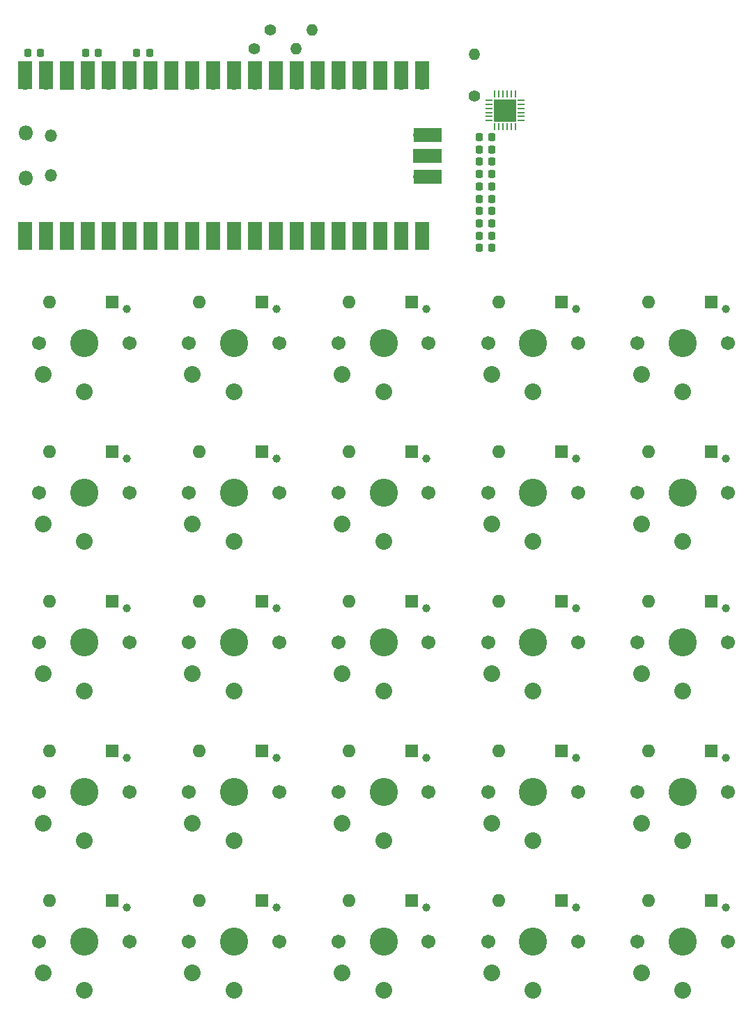
<source format=gbr>
%TF.GenerationSoftware,KiCad,Pcbnew,6.0.1-79c1e3a40b~116~ubuntu21.10.1*%
%TF.CreationDate,2022-03-13T19:18:57-06:00*%
%TF.ProjectId,Macropad,4d616372-6f70-4616-942e-6b696361645f,rev?*%
%TF.SameCoordinates,Original*%
%TF.FileFunction,Soldermask,Top*%
%TF.FilePolarity,Negative*%
%FSLAX46Y46*%
G04 Gerber Fmt 4.6, Leading zero omitted, Abs format (unit mm)*
G04 Created by KiCad (PCBNEW 6.0.1-79c1e3a40b~116~ubuntu21.10.1) date 2022-03-13 19:18:57*
%MOMM*%
%LPD*%
G01*
G04 APERTURE LIST*
G04 Aperture macros list*
%AMRoundRect*
0 Rectangle with rounded corners*
0 $1 Rounding radius*
0 $2 $3 $4 $5 $6 $7 $8 $9 X,Y pos of 4 corners*
0 Add a 4 corners polygon primitive as box body*
4,1,4,$2,$3,$4,$5,$6,$7,$8,$9,$2,$3,0*
0 Add four circle primitives for the rounded corners*
1,1,$1+$1,$2,$3*
1,1,$1+$1,$4,$5*
1,1,$1+$1,$6,$7*
1,1,$1+$1,$8,$9*
0 Add four rect primitives between the rounded corners*
20,1,$1+$1,$2,$3,$4,$5,0*
20,1,$1+$1,$4,$5,$6,$7,0*
20,1,$1+$1,$6,$7,$8,$9,0*
20,1,$1+$1,$8,$9,$2,$3,0*%
G04 Aperture macros list end*
%ADD10C,1.400000*%
%ADD11O,1.400000X1.400000*%
%ADD12R,2.700000X2.700000*%
%ADD13RoundRect,0.062500X-0.062500X-0.350000X0.062500X-0.350000X0.062500X0.350000X-0.062500X0.350000X0*%
%ADD14RoundRect,0.062500X-0.350000X-0.062500X0.350000X-0.062500X0.350000X0.062500X-0.350000X0.062500X0*%
%ADD15RoundRect,0.218750X0.218750X0.256250X-0.218750X0.256250X-0.218750X-0.256250X0.218750X-0.256250X0*%
%ADD16C,3.429000*%
%ADD17C,1.701800*%
%ADD18C,0.990600*%
%ADD19C,2.032000*%
%ADD20RoundRect,0.225000X0.225000X0.250000X-0.225000X0.250000X-0.225000X-0.250000X0.225000X-0.250000X0*%
%ADD21RoundRect,0.225000X-0.225000X-0.250000X0.225000X-0.250000X0.225000X0.250000X-0.225000X0.250000X0*%
%ADD22R,1.600000X1.600000*%
%ADD23O,1.600000X1.600000*%
%ADD24O,1.800000X1.800000*%
%ADD25O,1.500000X1.500000*%
%ADD26R,1.700000X3.500000*%
%ADD27O,1.700000X1.700000*%
%ADD28R,1.700000X1.700000*%
%ADD29R,3.500000X1.700000*%
G04 APERTURE END LIST*
D10*
%TO.C,R3*%
X130450000Y-41440000D03*
D11*
X130450000Y-36360000D03*
%TD*%
D12*
%TO.C,U2*%
X134160920Y-43150000D03*
D13*
X132910920Y-41187500D03*
X133410920Y-41187500D03*
X133910920Y-41187500D03*
X134410920Y-41187500D03*
X134910920Y-41187500D03*
X135410920Y-41187500D03*
D14*
X136123420Y-41900000D03*
X136123420Y-42400000D03*
X136123420Y-42900000D03*
X136123420Y-43400000D03*
X136123420Y-43900000D03*
X136123420Y-44400000D03*
D13*
X135410920Y-45112500D03*
X134910920Y-45112500D03*
X134410920Y-45112500D03*
X133910920Y-45112500D03*
X133410920Y-45112500D03*
X132910920Y-45112500D03*
D14*
X132198420Y-44400000D03*
X132198420Y-43900000D03*
X132198420Y-43400000D03*
X132198420Y-42900000D03*
X132198420Y-42400000D03*
X132198420Y-41900000D03*
%TD*%
D15*
%TO.C,D35*%
X131012500Y-59900000D03*
X132587500Y-59900000D03*
%TD*%
%TO.C,D34*%
X131012500Y-58400000D03*
X132587500Y-58400000D03*
%TD*%
%TO.C,D33*%
X131012500Y-56900000D03*
X132587500Y-56900000D03*
%TD*%
%TO.C,D32*%
X131000000Y-55400000D03*
X132575000Y-55400000D03*
%TD*%
%TO.C,D31*%
X131012500Y-53900000D03*
X132587500Y-53900000D03*
%TD*%
%TO.C,D30*%
X131012500Y-52400000D03*
X132587500Y-52400000D03*
%TD*%
%TO.C,D29*%
X131012500Y-50900000D03*
X132587500Y-50900000D03*
%TD*%
%TO.C,D28*%
X131012500Y-49400000D03*
X132587500Y-49400000D03*
%TD*%
%TO.C,D27*%
X131012500Y-47900000D03*
X132587500Y-47900000D03*
%TD*%
%TO.C,D26*%
X131012500Y-46400000D03*
X132587500Y-46400000D03*
%TD*%
D16*
%TO.C,SW14*%
X119400000Y-126100000D03*
D17*
X124900000Y-126100000D03*
D18*
X124620000Y-121900000D03*
D17*
X113900000Y-126100000D03*
D19*
X119400000Y-132000000D03*
X114400000Y-129900000D03*
%TD*%
D20*
%TO.C,C3*%
X84725000Y-36150000D03*
X83175000Y-36150000D03*
%TD*%
D21*
%TO.C,C4*%
X89425000Y-36150000D03*
X90975000Y-36150000D03*
%TD*%
D22*
%TO.C,D1*%
X86410000Y-66500000D03*
D23*
X78790000Y-66500000D03*
%TD*%
D22*
%TO.C,D9*%
X104600000Y-121100000D03*
D23*
X96980000Y-121100000D03*
%TD*%
D21*
%TO.C,C2*%
X76175000Y-36150000D03*
X77725000Y-36150000D03*
%TD*%
D17*
%TO.C,SW18*%
X132100000Y-107900000D03*
D18*
X142820000Y-103700000D03*
D17*
X143100000Y-107900000D03*
D16*
X137600000Y-107900000D03*
D19*
X137600000Y-113800000D03*
X132600000Y-111700000D03*
%TD*%
D22*
%TO.C,D25*%
X159210000Y-139300000D03*
D23*
X151590000Y-139300000D03*
%TD*%
D22*
%TO.C,D2*%
X86400000Y-84700000D03*
D23*
X78780000Y-84700000D03*
%TD*%
D17*
%TO.C,SW20*%
X143100000Y-144300000D03*
D16*
X137600000Y-144300000D03*
D17*
X132100000Y-144300000D03*
D18*
X142820000Y-140100000D03*
D19*
X137600000Y-150200000D03*
X132600000Y-148100000D03*
%TD*%
D16*
%TO.C,SW24*%
X155800000Y-126100000D03*
D17*
X150300000Y-126100000D03*
X161300000Y-126100000D03*
D18*
X161020000Y-121900000D03*
D19*
X155800000Y-132000000D03*
X150800000Y-129900000D03*
%TD*%
D17*
%TO.C,SW5*%
X77500000Y-144300000D03*
D16*
X83000000Y-144300000D03*
D17*
X88500000Y-144300000D03*
D18*
X88220000Y-140100000D03*
D19*
X83000000Y-150200000D03*
X78000000Y-148100000D03*
%TD*%
D22*
%TO.C,D5*%
X86410000Y-139300000D03*
D23*
X78790000Y-139300000D03*
%TD*%
D22*
%TO.C,D7*%
X104610000Y-84700000D03*
D23*
X96990000Y-84700000D03*
%TD*%
D24*
%TO.C,U1*%
X75950000Y-45925000D03*
D25*
X78980000Y-46225000D03*
X78980000Y-51075000D03*
D24*
X75950000Y-51375000D03*
D26*
X75820000Y-58440000D03*
D27*
X75820000Y-57540000D03*
D26*
X78360000Y-58440000D03*
D27*
X78360000Y-57540000D03*
D28*
X80900000Y-57540000D03*
D26*
X80900000Y-58440000D03*
X83440000Y-58440000D03*
D27*
X83440000Y-57540000D03*
X85980000Y-57540000D03*
D26*
X85980000Y-58440000D03*
D27*
X88520000Y-57540000D03*
D26*
X88520000Y-58440000D03*
D27*
X91060000Y-57540000D03*
D26*
X91060000Y-58440000D03*
X93600000Y-58440000D03*
D28*
X93600000Y-57540000D03*
D27*
X96140000Y-57540000D03*
D26*
X96140000Y-58440000D03*
D27*
X98680000Y-57540000D03*
D26*
X98680000Y-58440000D03*
X101220000Y-58440000D03*
D27*
X101220000Y-57540000D03*
D26*
X103760000Y-58440000D03*
D27*
X103760000Y-57540000D03*
D28*
X106300000Y-57540000D03*
D26*
X106300000Y-58440000D03*
X108840000Y-58440000D03*
D27*
X108840000Y-57540000D03*
X111380000Y-57540000D03*
D26*
X111380000Y-58440000D03*
X113920000Y-58440000D03*
D27*
X113920000Y-57540000D03*
D26*
X116460000Y-58440000D03*
D27*
X116460000Y-57540000D03*
D26*
X119000000Y-58440000D03*
D28*
X119000000Y-57540000D03*
D27*
X121540000Y-57540000D03*
D26*
X121540000Y-58440000D03*
D27*
X124080000Y-57540000D03*
D26*
X124080000Y-58440000D03*
X124080000Y-38860000D03*
D27*
X124080000Y-39760000D03*
D26*
X121540000Y-38860000D03*
D27*
X121540000Y-39760000D03*
D28*
X119000000Y-39760000D03*
D26*
X119000000Y-38860000D03*
X116460000Y-38860000D03*
D27*
X116460000Y-39760000D03*
X113920000Y-39760000D03*
D26*
X113920000Y-38860000D03*
X111380000Y-38860000D03*
D27*
X111380000Y-39760000D03*
X108840000Y-39760000D03*
D26*
X108840000Y-38860000D03*
D28*
X106300000Y-39760000D03*
D26*
X106300000Y-38860000D03*
D27*
X103760000Y-39760000D03*
D26*
X103760000Y-38860000D03*
D27*
X101220000Y-39760000D03*
D26*
X101220000Y-38860000D03*
X98680000Y-38860000D03*
D27*
X98680000Y-39760000D03*
D26*
X96140000Y-38860000D03*
D27*
X96140000Y-39760000D03*
D26*
X93600000Y-38860000D03*
D28*
X93600000Y-39760000D03*
D26*
X91060000Y-38860000D03*
D27*
X91060000Y-39760000D03*
D26*
X88520000Y-38860000D03*
D27*
X88520000Y-39760000D03*
D26*
X85980000Y-38860000D03*
D27*
X85980000Y-39760000D03*
X83440000Y-39760000D03*
D26*
X83440000Y-38860000D03*
D28*
X80900000Y-39760000D03*
D26*
X80900000Y-38860000D03*
D27*
X78360000Y-39760000D03*
D26*
X78360000Y-38860000D03*
X75820000Y-38860000D03*
D27*
X75820000Y-39760000D03*
X123850000Y-51190000D03*
D29*
X124750000Y-51190000D03*
D28*
X123850000Y-48650000D03*
D29*
X124750000Y-48650000D03*
D27*
X123850000Y-46110000D03*
D29*
X124750000Y-46110000D03*
%TD*%
D17*
%TO.C,SW16*%
X132100000Y-71500000D03*
D16*
X137600000Y-71500000D03*
D17*
X143100000Y-71500000D03*
D18*
X142820000Y-67300000D03*
D19*
X137600000Y-77400000D03*
X132600000Y-75300000D03*
%TD*%
D17*
%TO.C,SW25*%
X161300000Y-144300000D03*
D16*
X155800000Y-144300000D03*
D17*
X150300000Y-144300000D03*
D18*
X161020000Y-140100000D03*
D19*
X155800000Y-150200000D03*
X150800000Y-148100000D03*
%TD*%
D22*
%TO.C,D16*%
X141010000Y-66500000D03*
D23*
X133390000Y-66500000D03*
%TD*%
D18*
%TO.C,SW13*%
X124620000Y-103700000D03*
D16*
X119400000Y-107900000D03*
D17*
X124900000Y-107900000D03*
X113900000Y-107900000D03*
D19*
X119400000Y-113800000D03*
X114400000Y-111700000D03*
%TD*%
D16*
%TO.C,SW9*%
X101200000Y-126100000D03*
D17*
X106700000Y-126100000D03*
D18*
X106420000Y-121900000D03*
D17*
X95700000Y-126100000D03*
D19*
X101200000Y-132000000D03*
X96200000Y-129900000D03*
%TD*%
D22*
%TO.C,D4*%
X86410000Y-121100000D03*
D23*
X78790000Y-121100000D03*
%TD*%
D17*
%TO.C,SW19*%
X132100000Y-126100000D03*
X143100000Y-126100000D03*
D16*
X137600000Y-126100000D03*
D18*
X142820000Y-121900000D03*
D19*
X137600000Y-132000000D03*
X132600000Y-129900000D03*
%TD*%
D22*
%TO.C,D19*%
X141010000Y-121100000D03*
D23*
X133390000Y-121100000D03*
%TD*%
D22*
%TO.C,D10*%
X104610000Y-139300000D03*
D23*
X96990000Y-139300000D03*
%TD*%
D22*
%TO.C,D21*%
X159210000Y-66500000D03*
D23*
X151590000Y-66500000D03*
%TD*%
D22*
%TO.C,D15*%
X122810000Y-139300000D03*
D23*
X115190000Y-139300000D03*
%TD*%
D17*
%TO.C,SW10*%
X106700000Y-144300000D03*
D18*
X106420000Y-140100000D03*
D17*
X95700000Y-144300000D03*
D16*
X101200000Y-144300000D03*
D19*
X101200000Y-150200000D03*
X96200000Y-148100000D03*
%TD*%
D18*
%TO.C,SW6*%
X106420000Y-67300000D03*
D17*
X106700000Y-71500000D03*
X95700000Y-71500000D03*
D16*
X101200000Y-71500000D03*
D19*
X101200000Y-77400000D03*
X96200000Y-75300000D03*
%TD*%
D22*
%TO.C,D24*%
X159210000Y-121100000D03*
D23*
X151590000Y-121100000D03*
%TD*%
D17*
%TO.C,SW15*%
X113900000Y-144300000D03*
X124900000Y-144300000D03*
D18*
X124620000Y-140100000D03*
D16*
X119400000Y-144300000D03*
D19*
X119400000Y-150200000D03*
X114400000Y-148100000D03*
%TD*%
D17*
%TO.C,SW7*%
X95700000Y-89700000D03*
X106700000Y-89700000D03*
D18*
X106420000Y-85500000D03*
D16*
X101200000Y-89700000D03*
D19*
X101200000Y-95600000D03*
X96200000Y-93500000D03*
%TD*%
D18*
%TO.C,SW11*%
X124620000Y-67300000D03*
D17*
X124900000Y-71500000D03*
X113900000Y-71500000D03*
D16*
X119400000Y-71500000D03*
D19*
X119400000Y-77400000D03*
X114400000Y-75300000D03*
%TD*%
D16*
%TO.C,SW3*%
X83000000Y-107900000D03*
D18*
X88220000Y-103700000D03*
D17*
X88500000Y-107900000D03*
X77500000Y-107900000D03*
D19*
X83000000Y-113800000D03*
X78000000Y-111700000D03*
%TD*%
D16*
%TO.C,SW8*%
X101200000Y-107900000D03*
D17*
X95700000Y-107900000D03*
D18*
X106420000Y-103700000D03*
D17*
X106700000Y-107900000D03*
D19*
X101200000Y-113800000D03*
X96200000Y-111700000D03*
%TD*%
D22*
%TO.C,D13*%
X122810000Y-102900000D03*
D23*
X115190000Y-102900000D03*
%TD*%
D18*
%TO.C,SW21*%
X161020000Y-67300000D03*
D17*
X161300000Y-71500000D03*
X150300000Y-71500000D03*
D16*
X155800000Y-71500000D03*
D19*
X155800000Y-77400000D03*
X150800000Y-75300000D03*
%TD*%
D17*
%TO.C,SW22*%
X150300000Y-89700000D03*
D18*
X161020000Y-85500000D03*
D16*
X155800000Y-89700000D03*
D17*
X161300000Y-89700000D03*
D19*
X155800000Y-95600000D03*
X150800000Y-93500000D03*
%TD*%
D17*
%TO.C,SW2*%
X88500000Y-89700000D03*
D18*
X88220000Y-85500000D03*
D17*
X77500000Y-89700000D03*
D16*
X83000000Y-89700000D03*
D19*
X83000000Y-95600000D03*
X78000000Y-93500000D03*
%TD*%
D22*
%TO.C,D17*%
X141000000Y-84700000D03*
D23*
X133380000Y-84700000D03*
%TD*%
D16*
%TO.C,SW23*%
X155800000Y-107900000D03*
D17*
X161300000Y-107900000D03*
X150300000Y-107900000D03*
D18*
X161020000Y-103700000D03*
D19*
X155800000Y-113800000D03*
X150800000Y-111700000D03*
%TD*%
D22*
%TO.C,D11*%
X122800000Y-66500000D03*
D23*
X115180000Y-66500000D03*
%TD*%
D17*
%TO.C,SW12*%
X124900000Y-89700000D03*
D16*
X119400000Y-89700000D03*
D18*
X124620000Y-85500000D03*
D17*
X113900000Y-89700000D03*
D19*
X119400000Y-95600000D03*
X114400000Y-93500000D03*
%TD*%
D17*
%TO.C,SW17*%
X132100000Y-89700000D03*
D16*
X137600000Y-89700000D03*
D17*
X143100000Y-89700000D03*
D18*
X142820000Y-85500000D03*
D19*
X137600000Y-95600000D03*
X132600000Y-93500000D03*
%TD*%
D22*
%TO.C,D3*%
X86410000Y-102900000D03*
D23*
X78790000Y-102900000D03*
%TD*%
D18*
%TO.C,SW4*%
X88220000Y-121900000D03*
D17*
X88500000Y-126100000D03*
D16*
X83000000Y-126100000D03*
D17*
X77500000Y-126100000D03*
D19*
X83000000Y-132000000D03*
X78000000Y-129900000D03*
%TD*%
D10*
%TO.C,R2*%
X103660000Y-35650000D03*
D11*
X108740000Y-35650000D03*
%TD*%
D22*
%TO.C,D8*%
X104610000Y-102900000D03*
D23*
X96990000Y-102900000D03*
%TD*%
D22*
%TO.C,D23*%
X159210000Y-102900000D03*
D23*
X151590000Y-102900000D03*
%TD*%
D22*
%TO.C,D6*%
X104610000Y-66500000D03*
D23*
X96990000Y-66500000D03*
%TD*%
D22*
%TO.C,D18*%
X141010000Y-102900000D03*
D23*
X133390000Y-102900000D03*
%TD*%
D10*
%TO.C,R1*%
X105660000Y-33400000D03*
D11*
X110740000Y-33400000D03*
%TD*%
D22*
%TO.C,D20*%
X141010000Y-139300000D03*
D23*
X133390000Y-139300000D03*
%TD*%
D22*
%TO.C,D12*%
X122800000Y-84700000D03*
D23*
X115180000Y-84700000D03*
%TD*%
D22*
%TO.C,D14*%
X122810000Y-121100000D03*
D23*
X115190000Y-121100000D03*
%TD*%
D18*
%TO.C,SW1*%
X88220000Y-67300000D03*
D16*
X83000000Y-71500000D03*
D17*
X88500000Y-71500000D03*
X77500000Y-71500000D03*
D19*
X83000000Y-77400000D03*
X78000000Y-75300000D03*
%TD*%
D22*
%TO.C,D22*%
X159210000Y-84700000D03*
D23*
X151590000Y-84700000D03*
%TD*%
M02*

</source>
